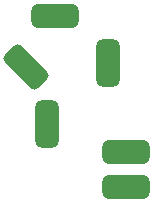
<source format=gbr>
%TF.GenerationSoftware,KiCad,Pcbnew,7.0.1*%
%TF.CreationDate,2024-04-03T18:52:35-06:00*%
%TF.ProjectId,HOTAS_Hat Switch Breakout,484f5441-535f-4486-9174-205377697463,rev?*%
%TF.SameCoordinates,Original*%
%TF.FileFunction,Paste,Top*%
%TF.FilePolarity,Positive*%
%FSLAX46Y46*%
G04 Gerber Fmt 4.6, Leading zero omitted, Abs format (unit mm)*
G04 Created by KiCad (PCBNEW 7.0.1) date 2024-04-03 18:52:35*
%MOMM*%
%LPD*%
G01*
G04 APERTURE LIST*
G04 Aperture macros list*
%AMRoundRect*
0 Rectangle with rounded corners*
0 $1 Rounding radius*
0 $2 $3 $4 $5 $6 $7 $8 $9 X,Y pos of 4 corners*
0 Add a 4 corners polygon primitive as box body*
4,1,4,$2,$3,$4,$5,$6,$7,$8,$9,$2,$3,0*
0 Add four circle primitives for the rounded corners*
1,1,$1+$1,$2,$3*
1,1,$1+$1,$4,$5*
1,1,$1+$1,$6,$7*
1,1,$1+$1,$8,$9*
0 Add four rect primitives between the rounded corners*
20,1,$1+$1,$2,$3,$4,$5,0*
20,1,$1+$1,$4,$5,$6,$7,0*
20,1,$1+$1,$6,$7,$8,$9,0*
20,1,$1+$1,$8,$9,$2,$3,0*%
G04 Aperture macros list end*
%ADD10RoundRect,0.500000X0.500000X1.500000X-0.500000X1.500000X-0.500000X-1.500000X0.500000X-1.500000X0*%
%ADD11RoundRect,0.500000X-1.500000X0.500000X-1.500000X-0.500000X1.500000X-0.500000X1.500000X0.500000X0*%
%ADD12RoundRect,0.500000X-0.500000X-1.500000X0.500000X-1.500000X0.500000X1.500000X-0.500000X1.500000X0*%
%ADD13RoundRect,0.500000X0.707107X-1.414214X1.414214X-0.707107X-0.707107X1.414214X-1.414214X0.707107X0*%
%ADD14RoundRect,0.500000X1.500000X-0.500000X1.500000X0.500000X-1.500000X0.500000X-1.500000X-0.500000X0*%
G04 APERTURE END LIST*
D10*
%TO.C,J1*%
X3500000Y4000000D03*
%TD*%
D11*
%TO.C,J2*%
X5000000Y-3500000D03*
%TD*%
D12*
%TO.C,J3*%
X-1684192Y-1171818D03*
%TD*%
D13*
%TO.C,J4*%
X-3430714Y3662774D03*
%TD*%
D14*
%TO.C,J6*%
X5000000Y-6500000D03*
%TD*%
%TO.C,J5*%
X-1000000Y8000000D03*
%TD*%
M02*

</source>
